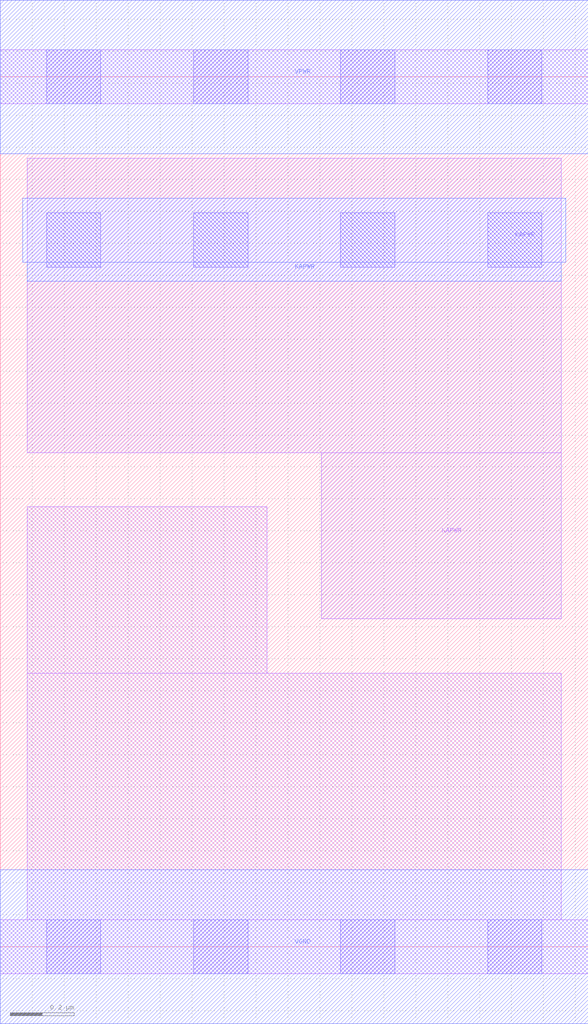
<source format=lef>
# Copyright 2020 The SkyWater PDK Authors
#
# Licensed under the Apache License, Version 2.0 (the "License");
# you may not use this file except in compliance with the License.
# You may obtain a copy of the License at
#
#     https://www.apache.org/licenses/LICENSE-2.0
#
# Unless required by applicable law or agreed to in writing, software
# distributed under the License is distributed on an "AS IS" BASIS,
# WITHOUT WARRANTIES OR CONDITIONS OF ANY KIND, either express or implied.
# See the License for the specific language governing permissions and
# limitations under the License.
#
# SPDX-License-Identifier: Apache-2.0

VERSION 5.7 ;
  NAMESCASESENSITIVE ON ;
  NOWIREEXTENSIONATPIN ON ;
  DIVIDERCHAR "/" ;
  BUSBITCHARS "[]" ;
UNITS
  DATABASE MICRONS 200 ;
END UNITS
MACRO sky130_fd_sc_hd__lpflow_decapkapwr_4
  CLASS CORE ;
  SOURCE USER ;
  FOREIGN sky130_fd_sc_hd__lpflow_decapkapwr_4 ;
  ORIGIN  0.000000  0.000000 ;
  SIZE  1.840000 BY  2.720000 ;
  SYMMETRY X Y R90 ;
  SITE unithd ;
  PIN KAPWR
    DIRECTION INOUT ;
    SHAPE ABUTMENT ;
    USE POWER ;
    PORT
      LAYER li1 ;
        RECT 0.085000 1.545000 1.755000 2.465000 ;
        RECT 1.005000 1.025000 1.755000 1.545000 ;
      LAYER mcon ;
        RECT 0.145000 2.125000 0.315000 2.295000 ;
        RECT 0.605000 2.125000 0.775000 2.295000 ;
        RECT 1.065000 2.125000 1.235000 2.295000 ;
        RECT 1.525000 2.125000 1.695000 2.295000 ;
    END
    PORT
      LAYER met1 ;
        RECT 0.070000 2.140000 1.770000 2.340000 ;
        RECT 0.085000 2.080000 1.755000 2.140000 ;
    END
  END KAPWR
  PIN VGND
    DIRECTION INOUT ;
    SHAPE ABUTMENT ;
    USE GROUND ;
    PORT
      LAYER met1 ;
        RECT 0.000000 -0.240000 1.840000 0.240000 ;
    END
  END VGND
  PIN VPWR
    DIRECTION INOUT ;
    SHAPE ABUTMENT ;
    USE POWER ;
    PORT
      LAYER met1 ;
        RECT 0.000000 2.480000 1.840000 2.960000 ;
    END
  END VPWR
  OBS
    LAYER li1 ;
      RECT 0.000000 -0.085000 1.840000 0.085000 ;
      RECT 0.000000  2.635000 1.840000 2.805000 ;
      RECT 0.085000  0.085000 1.755000 0.855000 ;
      RECT 0.085000  0.855000 0.835000 1.375000 ;
    LAYER mcon ;
      RECT 0.145000 -0.085000 0.315000 0.085000 ;
      RECT 0.145000  2.635000 0.315000 2.805000 ;
      RECT 0.605000 -0.085000 0.775000 0.085000 ;
      RECT 0.605000  2.635000 0.775000 2.805000 ;
      RECT 1.065000 -0.085000 1.235000 0.085000 ;
      RECT 1.065000  2.635000 1.235000 2.805000 ;
      RECT 1.525000 -0.085000 1.695000 0.085000 ;
      RECT 1.525000  2.635000 1.695000 2.805000 ;
  END
END sky130_fd_sc_hd__lpflow_decapkapwr_4

</source>
